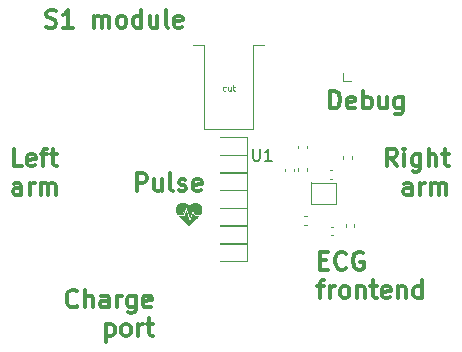
<source format=gbr>
%TF.GenerationSoftware,KiCad,Pcbnew,(6.0.0-0)*%
%TF.CreationDate,2022-01-28T12:00:07+01:00*%
%TF.ProjectId,s1-ecg-demo,73312d65-6367-42d6-9465-6d6f2e6b6963,2*%
%TF.SameCoordinates,Original*%
%TF.FileFunction,Legend,Top*%
%TF.FilePolarity,Positive*%
%FSLAX46Y46*%
G04 Gerber Fmt 4.6, Leading zero omitted, Abs format (unit mm)*
G04 Created by KiCad (PCBNEW (6.0.0-0)) date 2022-01-28 12:00:07*
%MOMM*%
%LPD*%
G01*
G04 APERTURE LIST*
%ADD10C,0.300000*%
%ADD11C,0.150000*%
%ADD12C,0.100000*%
%ADD13C,0.050000*%
%ADD14C,0.120000*%
%ADD15C,0.010000*%
G04 APERTURE END LIST*
D10*
X131335714Y-105128571D02*
X131335714Y-103628571D01*
X131907142Y-103628571D01*
X132050000Y-103700000D01*
X132121428Y-103771428D01*
X132192857Y-103914285D01*
X132192857Y-104128571D01*
X132121428Y-104271428D01*
X132050000Y-104342857D01*
X131907142Y-104414285D01*
X131335714Y-104414285D01*
X133478571Y-104128571D02*
X133478571Y-105128571D01*
X132835714Y-104128571D02*
X132835714Y-104914285D01*
X132907142Y-105057142D01*
X133050000Y-105128571D01*
X133264285Y-105128571D01*
X133407142Y-105057142D01*
X133478571Y-104985714D01*
X134407142Y-105128571D02*
X134264285Y-105057142D01*
X134192857Y-104914285D01*
X134192857Y-103628571D01*
X134907142Y-105057142D02*
X135050000Y-105128571D01*
X135335714Y-105128571D01*
X135478571Y-105057142D01*
X135550000Y-104914285D01*
X135550000Y-104842857D01*
X135478571Y-104700000D01*
X135335714Y-104628571D01*
X135121428Y-104628571D01*
X134978571Y-104557142D01*
X134907142Y-104414285D01*
X134907142Y-104342857D01*
X134978571Y-104200000D01*
X135121428Y-104128571D01*
X135335714Y-104128571D01*
X135478571Y-104200000D01*
X136764285Y-105057142D02*
X136621428Y-105128571D01*
X136335714Y-105128571D01*
X136192857Y-105057142D01*
X136121428Y-104914285D01*
X136121428Y-104342857D01*
X136192857Y-104200000D01*
X136335714Y-104128571D01*
X136621428Y-104128571D01*
X136764285Y-104200000D01*
X136835714Y-104342857D01*
X136835714Y-104485714D01*
X136121428Y-104628571D01*
X123680714Y-91207142D02*
X123895000Y-91278571D01*
X124252142Y-91278571D01*
X124395000Y-91207142D01*
X124466428Y-91135714D01*
X124537857Y-90992857D01*
X124537857Y-90850000D01*
X124466428Y-90707142D01*
X124395000Y-90635714D01*
X124252142Y-90564285D01*
X123966428Y-90492857D01*
X123823571Y-90421428D01*
X123752142Y-90350000D01*
X123680714Y-90207142D01*
X123680714Y-90064285D01*
X123752142Y-89921428D01*
X123823571Y-89850000D01*
X123966428Y-89778571D01*
X124323571Y-89778571D01*
X124537857Y-89850000D01*
X125966428Y-91278571D02*
X125109285Y-91278571D01*
X125537857Y-91278571D02*
X125537857Y-89778571D01*
X125395000Y-89992857D01*
X125252142Y-90135714D01*
X125109285Y-90207142D01*
X127752142Y-91278571D02*
X127752142Y-90278571D01*
X127752142Y-90421428D02*
X127823571Y-90350000D01*
X127966428Y-90278571D01*
X128180714Y-90278571D01*
X128323571Y-90350000D01*
X128395000Y-90492857D01*
X128395000Y-91278571D01*
X128395000Y-90492857D02*
X128466428Y-90350000D01*
X128609285Y-90278571D01*
X128823571Y-90278571D01*
X128966428Y-90350000D01*
X129037857Y-90492857D01*
X129037857Y-91278571D01*
X129966428Y-91278571D02*
X129823571Y-91207142D01*
X129752142Y-91135714D01*
X129680714Y-90992857D01*
X129680714Y-90564285D01*
X129752142Y-90421428D01*
X129823571Y-90350000D01*
X129966428Y-90278571D01*
X130180714Y-90278571D01*
X130323571Y-90350000D01*
X130395000Y-90421428D01*
X130466428Y-90564285D01*
X130466428Y-90992857D01*
X130395000Y-91135714D01*
X130323571Y-91207142D01*
X130180714Y-91278571D01*
X129966428Y-91278571D01*
X131752142Y-91278571D02*
X131752142Y-89778571D01*
X131752142Y-91207142D02*
X131609285Y-91278571D01*
X131323571Y-91278571D01*
X131180714Y-91207142D01*
X131109285Y-91135714D01*
X131037857Y-90992857D01*
X131037857Y-90564285D01*
X131109285Y-90421428D01*
X131180714Y-90350000D01*
X131323571Y-90278571D01*
X131609285Y-90278571D01*
X131752142Y-90350000D01*
X133109285Y-90278571D02*
X133109285Y-91278571D01*
X132466428Y-90278571D02*
X132466428Y-91064285D01*
X132537857Y-91207142D01*
X132680714Y-91278571D01*
X132895000Y-91278571D01*
X133037857Y-91207142D01*
X133109285Y-91135714D01*
X134037857Y-91278571D02*
X133895000Y-91207142D01*
X133823571Y-91064285D01*
X133823571Y-89778571D01*
X135180714Y-91207142D02*
X135037857Y-91278571D01*
X134752142Y-91278571D01*
X134609285Y-91207142D01*
X134537857Y-91064285D01*
X134537857Y-90492857D01*
X134609285Y-90350000D01*
X134752142Y-90278571D01*
X135037857Y-90278571D01*
X135180714Y-90350000D01*
X135252142Y-90492857D01*
X135252142Y-90635714D01*
X134537857Y-90778571D01*
X147728571Y-98128571D02*
X147728571Y-96628571D01*
X148085714Y-96628571D01*
X148300000Y-96700000D01*
X148442857Y-96842857D01*
X148514285Y-96985714D01*
X148585714Y-97271428D01*
X148585714Y-97485714D01*
X148514285Y-97771428D01*
X148442857Y-97914285D01*
X148300000Y-98057142D01*
X148085714Y-98128571D01*
X147728571Y-98128571D01*
X149800000Y-98057142D02*
X149657142Y-98128571D01*
X149371428Y-98128571D01*
X149228571Y-98057142D01*
X149157142Y-97914285D01*
X149157142Y-97342857D01*
X149228571Y-97200000D01*
X149371428Y-97128571D01*
X149657142Y-97128571D01*
X149800000Y-97200000D01*
X149871428Y-97342857D01*
X149871428Y-97485714D01*
X149157142Y-97628571D01*
X150514285Y-98128571D02*
X150514285Y-96628571D01*
X150514285Y-97200000D02*
X150657142Y-97128571D01*
X150942857Y-97128571D01*
X151085714Y-97200000D01*
X151157142Y-97271428D01*
X151228571Y-97414285D01*
X151228571Y-97842857D01*
X151157142Y-97985714D01*
X151085714Y-98057142D01*
X150942857Y-98128571D01*
X150657142Y-98128571D01*
X150514285Y-98057142D01*
X152514285Y-97128571D02*
X152514285Y-98128571D01*
X151871428Y-97128571D02*
X151871428Y-97914285D01*
X151942857Y-98057142D01*
X152085714Y-98128571D01*
X152300000Y-98128571D01*
X152442857Y-98057142D01*
X152514285Y-97985714D01*
X153871428Y-97128571D02*
X153871428Y-98342857D01*
X153800000Y-98485714D01*
X153728571Y-98557142D01*
X153585714Y-98628571D01*
X153371428Y-98628571D01*
X153228571Y-98557142D01*
X153871428Y-98057142D02*
X153728571Y-98128571D01*
X153442857Y-98128571D01*
X153300000Y-98057142D01*
X153228571Y-97985714D01*
X153157142Y-97842857D01*
X153157142Y-97414285D01*
X153228571Y-97271428D01*
X153300000Y-97200000D01*
X153442857Y-97128571D01*
X153728571Y-97128571D01*
X153871428Y-97200000D01*
X146852142Y-110985357D02*
X147352142Y-110985357D01*
X147566428Y-111771071D02*
X146852142Y-111771071D01*
X146852142Y-110271071D01*
X147566428Y-110271071D01*
X149066428Y-111628214D02*
X148995000Y-111699642D01*
X148780714Y-111771071D01*
X148637857Y-111771071D01*
X148423571Y-111699642D01*
X148280714Y-111556785D01*
X148209285Y-111413928D01*
X148137857Y-111128214D01*
X148137857Y-110913928D01*
X148209285Y-110628214D01*
X148280714Y-110485357D01*
X148423571Y-110342500D01*
X148637857Y-110271071D01*
X148780714Y-110271071D01*
X148995000Y-110342500D01*
X149066428Y-110413928D01*
X150495000Y-110342500D02*
X150352142Y-110271071D01*
X150137857Y-110271071D01*
X149923571Y-110342500D01*
X149780714Y-110485357D01*
X149709285Y-110628214D01*
X149637857Y-110913928D01*
X149637857Y-111128214D01*
X149709285Y-111413928D01*
X149780714Y-111556785D01*
X149923571Y-111699642D01*
X150137857Y-111771071D01*
X150280714Y-111771071D01*
X150495000Y-111699642D01*
X150566428Y-111628214D01*
X150566428Y-111128214D01*
X150280714Y-111128214D01*
X146637857Y-113186071D02*
X147209285Y-113186071D01*
X146852142Y-114186071D02*
X146852142Y-112900357D01*
X146923571Y-112757500D01*
X147066428Y-112686071D01*
X147209285Y-112686071D01*
X147709285Y-114186071D02*
X147709285Y-113186071D01*
X147709285Y-113471785D02*
X147780714Y-113328928D01*
X147852142Y-113257500D01*
X147995000Y-113186071D01*
X148137857Y-113186071D01*
X148852142Y-114186071D02*
X148709285Y-114114642D01*
X148637857Y-114043214D01*
X148566428Y-113900357D01*
X148566428Y-113471785D01*
X148637857Y-113328928D01*
X148709285Y-113257500D01*
X148852142Y-113186071D01*
X149066428Y-113186071D01*
X149209285Y-113257500D01*
X149280714Y-113328928D01*
X149352142Y-113471785D01*
X149352142Y-113900357D01*
X149280714Y-114043214D01*
X149209285Y-114114642D01*
X149066428Y-114186071D01*
X148852142Y-114186071D01*
X149995000Y-113186071D02*
X149995000Y-114186071D01*
X149995000Y-113328928D02*
X150066428Y-113257500D01*
X150209285Y-113186071D01*
X150423571Y-113186071D01*
X150566428Y-113257500D01*
X150637857Y-113400357D01*
X150637857Y-114186071D01*
X151137857Y-113186071D02*
X151709285Y-113186071D01*
X151352142Y-112686071D02*
X151352142Y-113971785D01*
X151423571Y-114114642D01*
X151566428Y-114186071D01*
X151709285Y-114186071D01*
X152780714Y-114114642D02*
X152637857Y-114186071D01*
X152352142Y-114186071D01*
X152209285Y-114114642D01*
X152137857Y-113971785D01*
X152137857Y-113400357D01*
X152209285Y-113257500D01*
X152352142Y-113186071D01*
X152637857Y-113186071D01*
X152780714Y-113257500D01*
X152852142Y-113400357D01*
X152852142Y-113543214D01*
X152137857Y-113686071D01*
X153495000Y-113186071D02*
X153495000Y-114186071D01*
X153495000Y-113328928D02*
X153566428Y-113257500D01*
X153709285Y-113186071D01*
X153923571Y-113186071D01*
X154066428Y-113257500D01*
X154137857Y-113400357D01*
X154137857Y-114186071D01*
X155495000Y-114186071D02*
X155495000Y-112686071D01*
X155495000Y-114114642D02*
X155352142Y-114186071D01*
X155066428Y-114186071D01*
X154923571Y-114114642D01*
X154852142Y-114043214D01*
X154780714Y-113900357D01*
X154780714Y-113471785D01*
X154852142Y-113328928D01*
X154923571Y-113257500D01*
X155066428Y-113186071D01*
X155352142Y-113186071D01*
X155495000Y-113257500D01*
X126333571Y-114828214D02*
X126262142Y-114899642D01*
X126047857Y-114971071D01*
X125905000Y-114971071D01*
X125690714Y-114899642D01*
X125547857Y-114756785D01*
X125476428Y-114613928D01*
X125405000Y-114328214D01*
X125405000Y-114113928D01*
X125476428Y-113828214D01*
X125547857Y-113685357D01*
X125690714Y-113542500D01*
X125905000Y-113471071D01*
X126047857Y-113471071D01*
X126262142Y-113542500D01*
X126333571Y-113613928D01*
X126976428Y-114971071D02*
X126976428Y-113471071D01*
X127619285Y-114971071D02*
X127619285Y-114185357D01*
X127547857Y-114042500D01*
X127405000Y-113971071D01*
X127190714Y-113971071D01*
X127047857Y-114042500D01*
X126976428Y-114113928D01*
X128976428Y-114971071D02*
X128976428Y-114185357D01*
X128905000Y-114042500D01*
X128762142Y-113971071D01*
X128476428Y-113971071D01*
X128333571Y-114042500D01*
X128976428Y-114899642D02*
X128833571Y-114971071D01*
X128476428Y-114971071D01*
X128333571Y-114899642D01*
X128262142Y-114756785D01*
X128262142Y-114613928D01*
X128333571Y-114471071D01*
X128476428Y-114399642D01*
X128833571Y-114399642D01*
X128976428Y-114328214D01*
X129690714Y-114971071D02*
X129690714Y-113971071D01*
X129690714Y-114256785D02*
X129762142Y-114113928D01*
X129833571Y-114042500D01*
X129976428Y-113971071D01*
X130119285Y-113971071D01*
X131262142Y-113971071D02*
X131262142Y-115185357D01*
X131190714Y-115328214D01*
X131119285Y-115399642D01*
X130976428Y-115471071D01*
X130762142Y-115471071D01*
X130619285Y-115399642D01*
X131262142Y-114899642D02*
X131119285Y-114971071D01*
X130833571Y-114971071D01*
X130690714Y-114899642D01*
X130619285Y-114828214D01*
X130547857Y-114685357D01*
X130547857Y-114256785D01*
X130619285Y-114113928D01*
X130690714Y-114042500D01*
X130833571Y-113971071D01*
X131119285Y-113971071D01*
X131262142Y-114042500D01*
X132547857Y-114899642D02*
X132405000Y-114971071D01*
X132119285Y-114971071D01*
X131976428Y-114899642D01*
X131905000Y-114756785D01*
X131905000Y-114185357D01*
X131976428Y-114042500D01*
X132119285Y-113971071D01*
X132405000Y-113971071D01*
X132547857Y-114042500D01*
X132619285Y-114185357D01*
X132619285Y-114328214D01*
X131905000Y-114471071D01*
X128762142Y-116386071D02*
X128762142Y-117886071D01*
X128762142Y-116457500D02*
X128905000Y-116386071D01*
X129190714Y-116386071D01*
X129333571Y-116457500D01*
X129405000Y-116528928D01*
X129476428Y-116671785D01*
X129476428Y-117100357D01*
X129405000Y-117243214D01*
X129333571Y-117314642D01*
X129190714Y-117386071D01*
X128905000Y-117386071D01*
X128762142Y-117314642D01*
X130333571Y-117386071D02*
X130190714Y-117314642D01*
X130119285Y-117243214D01*
X130047857Y-117100357D01*
X130047857Y-116671785D01*
X130119285Y-116528928D01*
X130190714Y-116457500D01*
X130333571Y-116386071D01*
X130547857Y-116386071D01*
X130690714Y-116457500D01*
X130762142Y-116528928D01*
X130833571Y-116671785D01*
X130833571Y-117100357D01*
X130762142Y-117243214D01*
X130690714Y-117314642D01*
X130547857Y-117386071D01*
X130333571Y-117386071D01*
X131476428Y-117386071D02*
X131476428Y-116386071D01*
X131476428Y-116671785D02*
X131547857Y-116528928D01*
X131619285Y-116457500D01*
X131762142Y-116386071D01*
X131905000Y-116386071D01*
X132190714Y-116386071D02*
X132762142Y-116386071D01*
X132405000Y-115886071D02*
X132405000Y-117171785D01*
X132476428Y-117314642D01*
X132619285Y-117386071D01*
X132762142Y-117386071D01*
X153358571Y-103021071D02*
X152858571Y-102306785D01*
X152501428Y-103021071D02*
X152501428Y-101521071D01*
X153072857Y-101521071D01*
X153215714Y-101592500D01*
X153287142Y-101663928D01*
X153358571Y-101806785D01*
X153358571Y-102021071D01*
X153287142Y-102163928D01*
X153215714Y-102235357D01*
X153072857Y-102306785D01*
X152501428Y-102306785D01*
X154001428Y-103021071D02*
X154001428Y-102021071D01*
X154001428Y-101521071D02*
X153930000Y-101592500D01*
X154001428Y-101663928D01*
X154072857Y-101592500D01*
X154001428Y-101521071D01*
X154001428Y-101663928D01*
X155358571Y-102021071D02*
X155358571Y-103235357D01*
X155287142Y-103378214D01*
X155215714Y-103449642D01*
X155072857Y-103521071D01*
X154858571Y-103521071D01*
X154715714Y-103449642D01*
X155358571Y-102949642D02*
X155215714Y-103021071D01*
X154930000Y-103021071D01*
X154787142Y-102949642D01*
X154715714Y-102878214D01*
X154644285Y-102735357D01*
X154644285Y-102306785D01*
X154715714Y-102163928D01*
X154787142Y-102092500D01*
X154930000Y-102021071D01*
X155215714Y-102021071D01*
X155358571Y-102092500D01*
X156072857Y-103021071D02*
X156072857Y-101521071D01*
X156715714Y-103021071D02*
X156715714Y-102235357D01*
X156644285Y-102092500D01*
X156501428Y-102021071D01*
X156287142Y-102021071D01*
X156144285Y-102092500D01*
X156072857Y-102163928D01*
X157215714Y-102021071D02*
X157787142Y-102021071D01*
X157430000Y-101521071D02*
X157430000Y-102806785D01*
X157501428Y-102949642D01*
X157644285Y-103021071D01*
X157787142Y-103021071D01*
X154644285Y-105436071D02*
X154644285Y-104650357D01*
X154572857Y-104507500D01*
X154430000Y-104436071D01*
X154144285Y-104436071D01*
X154001428Y-104507500D01*
X154644285Y-105364642D02*
X154501428Y-105436071D01*
X154144285Y-105436071D01*
X154001428Y-105364642D01*
X153930000Y-105221785D01*
X153930000Y-105078928D01*
X154001428Y-104936071D01*
X154144285Y-104864642D01*
X154501428Y-104864642D01*
X154644285Y-104793214D01*
X155358571Y-105436071D02*
X155358571Y-104436071D01*
X155358571Y-104721785D02*
X155430000Y-104578928D01*
X155501428Y-104507500D01*
X155644285Y-104436071D01*
X155787142Y-104436071D01*
X156287142Y-105436071D02*
X156287142Y-104436071D01*
X156287142Y-104578928D02*
X156358571Y-104507500D01*
X156501428Y-104436071D01*
X156715714Y-104436071D01*
X156858571Y-104507500D01*
X156930000Y-104650357D01*
X156930000Y-105436071D01*
X156930000Y-104650357D02*
X157001428Y-104507500D01*
X157144285Y-104436071D01*
X157358571Y-104436071D01*
X157501428Y-104507500D01*
X157572857Y-104650357D01*
X157572857Y-105436071D01*
X121641428Y-103021071D02*
X120927142Y-103021071D01*
X120927142Y-101521071D01*
X122712857Y-102949642D02*
X122570000Y-103021071D01*
X122284285Y-103021071D01*
X122141428Y-102949642D01*
X122070000Y-102806785D01*
X122070000Y-102235357D01*
X122141428Y-102092500D01*
X122284285Y-102021071D01*
X122570000Y-102021071D01*
X122712857Y-102092500D01*
X122784285Y-102235357D01*
X122784285Y-102378214D01*
X122070000Y-102521071D01*
X123212857Y-102021071D02*
X123784285Y-102021071D01*
X123427142Y-103021071D02*
X123427142Y-101735357D01*
X123498571Y-101592500D01*
X123641428Y-101521071D01*
X123784285Y-101521071D01*
X124070000Y-102021071D02*
X124641428Y-102021071D01*
X124284285Y-101521071D02*
X124284285Y-102806785D01*
X124355714Y-102949642D01*
X124498571Y-103021071D01*
X124641428Y-103021071D01*
X121570000Y-105436071D02*
X121570000Y-104650357D01*
X121498571Y-104507500D01*
X121355714Y-104436071D01*
X121070000Y-104436071D01*
X120927142Y-104507500D01*
X121570000Y-105364642D02*
X121427142Y-105436071D01*
X121070000Y-105436071D01*
X120927142Y-105364642D01*
X120855714Y-105221785D01*
X120855714Y-105078928D01*
X120927142Y-104936071D01*
X121070000Y-104864642D01*
X121427142Y-104864642D01*
X121570000Y-104793214D01*
X122284285Y-105436071D02*
X122284285Y-104436071D01*
X122284285Y-104721785D02*
X122355714Y-104578928D01*
X122427142Y-104507500D01*
X122570000Y-104436071D01*
X122712857Y-104436071D01*
X123212857Y-105436071D02*
X123212857Y-104436071D01*
X123212857Y-104578928D02*
X123284285Y-104507500D01*
X123427142Y-104436071D01*
X123641428Y-104436071D01*
X123784285Y-104507500D01*
X123855714Y-104650357D01*
X123855714Y-105436071D01*
X123855714Y-104650357D02*
X123927142Y-104507500D01*
X124070000Y-104436071D01*
X124284285Y-104436071D01*
X124427142Y-104507500D01*
X124498571Y-104650357D01*
X124498571Y-105436071D01*
D11*
%TO.C,U1*%
X141198095Y-101552380D02*
X141198095Y-102361904D01*
X141245714Y-102457142D01*
X141293333Y-102504761D01*
X141388571Y-102552380D01*
X141579047Y-102552380D01*
X141674285Y-102504761D01*
X141721904Y-102457142D01*
X141769523Y-102361904D01*
X141769523Y-101552380D01*
X142769523Y-102552380D02*
X142198095Y-102552380D01*
X142483809Y-102552380D02*
X142483809Y-101552380D01*
X142388571Y-101695238D01*
X142293333Y-101790476D01*
X142198095Y-101838095D01*
D12*
%TO.C,MOD1*%
X138874201Y-96602380D02*
X138826581Y-96626190D01*
X138731343Y-96626190D01*
X138683724Y-96602380D01*
X138659915Y-96578571D01*
X138636105Y-96530952D01*
X138636105Y-96388095D01*
X138659915Y-96340476D01*
X138683724Y-96316666D01*
X138731343Y-96292857D01*
X138826581Y-96292857D01*
X138874201Y-96316666D01*
X139302772Y-96292857D02*
X139302772Y-96626190D01*
X139088486Y-96292857D02*
X139088486Y-96554761D01*
X139112296Y-96602380D01*
X139159915Y-96626190D01*
X139231343Y-96626190D01*
X139278962Y-96602380D01*
X139302772Y-96578571D01*
X139469439Y-96292857D02*
X139659915Y-96292857D01*
X139540867Y-96126190D02*
X139540867Y-96554761D01*
X139564677Y-96602380D01*
X139612296Y-96626190D01*
X139659915Y-96626190D01*
%TO.C,U1*%
X146130000Y-104390000D02*
G75*
G03*
X146130000Y-104390000I-50000J0D01*
G01*
D13*
X148210000Y-104420000D02*
X146110000Y-104420000D01*
X148210000Y-106180000D02*
X146110000Y-106180000D01*
X148210000Y-106180000D02*
X148210000Y-104420000D01*
X146110000Y-106180000D02*
X146110000Y-104420000D01*
D14*
%TO.C,J2*%
X148845000Y-95770000D02*
X148845000Y-95135000D01*
X149480000Y-95770000D02*
X148845000Y-95770000D01*
%TO.C,C6*%
X144660000Y-103427836D02*
X144660000Y-103212164D01*
X143940000Y-103427836D02*
X143940000Y-103212164D01*
%TO.C,LED4*%
X138395799Y-108035000D02*
X140680799Y-108035000D01*
X140680799Y-108035000D02*
X140680799Y-106565000D01*
X140680799Y-106565000D02*
X138395799Y-106565000D01*
D15*
%TO.C,FID3*%
X136276840Y-106121747D02*
X136314249Y-106123434D01*
X136314249Y-106123434D02*
X136352068Y-106126548D01*
X136352068Y-106126548D02*
X136387685Y-106130928D01*
X136387685Y-106130928D02*
X136414115Y-106135494D01*
X136414115Y-106135494D02*
X136480825Y-106153003D01*
X136480825Y-106153003D02*
X136542435Y-106177136D01*
X136542435Y-106177136D02*
X136598735Y-106207608D01*
X136598735Y-106207608D02*
X136649512Y-106244130D01*
X136649512Y-106244130D02*
X136694557Y-106286414D01*
X136694557Y-106286414D02*
X136733656Y-106334173D01*
X136733656Y-106334173D02*
X136766600Y-106387120D01*
X136766600Y-106387120D02*
X136793177Y-106444966D01*
X136793177Y-106444966D02*
X136813176Y-106507425D01*
X136813176Y-106507425D02*
X136826385Y-106574208D01*
X136826385Y-106574208D02*
X136832593Y-106645028D01*
X136832593Y-106645028D02*
X136832356Y-106704902D01*
X136832356Y-106704902D02*
X136827382Y-106761910D01*
X136827382Y-106761910D02*
X136817186Y-106816676D01*
X136817186Y-106816676D02*
X136801306Y-106870619D01*
X136801306Y-106870619D02*
X136779278Y-106925158D01*
X136779278Y-106925158D02*
X136750642Y-106981712D01*
X136750642Y-106981712D02*
X136731377Y-107015075D01*
X136731377Y-107015075D02*
X136710398Y-107050000D01*
X136710398Y-107050000D02*
X136262259Y-107050000D01*
X136262259Y-107050000D02*
X136194085Y-106913475D01*
X136194085Y-106913475D02*
X136178058Y-106881606D01*
X136178058Y-106881606D02*
X136162866Y-106851824D01*
X136162866Y-106851824D02*
X136149000Y-106825060D01*
X136149000Y-106825060D02*
X136136952Y-106802246D01*
X136136952Y-106802246D02*
X136127214Y-106784315D01*
X136127214Y-106784315D02*
X136120277Y-106772199D01*
X136120277Y-106772199D02*
X136116813Y-106767013D01*
X136116813Y-106767013D02*
X136100559Y-106753944D01*
X136100559Y-106753944D02*
X136080679Y-106744683D01*
X136080679Y-106744683D02*
X136060971Y-106740975D01*
X136060971Y-106740975D02*
X136060099Y-106740967D01*
X136060099Y-106740967D02*
X136042806Y-106743826D01*
X136042806Y-106743826D02*
X136024239Y-106751276D01*
X136024239Y-106751276D02*
X136007886Y-106761621D01*
X136007886Y-106761621D02*
X135998801Y-106770759D01*
X135998801Y-106770759D02*
X135996252Y-106776606D01*
X135996252Y-106776606D02*
X135991529Y-106789859D01*
X135991529Y-106789859D02*
X135984857Y-106809804D01*
X135984857Y-106809804D02*
X135976462Y-106835728D01*
X135976462Y-106835728D02*
X135966569Y-106866916D01*
X135966569Y-106866916D02*
X135955405Y-106902656D01*
X135955405Y-106902656D02*
X135943195Y-106942235D01*
X135943195Y-106942235D02*
X135930165Y-106984937D01*
X135930165Y-106984937D02*
X135916541Y-107030050D01*
X135916541Y-107030050D02*
X135912414Y-107043809D01*
X135912414Y-107043809D02*
X135898778Y-107089228D01*
X135898778Y-107089228D02*
X135885803Y-107132250D01*
X135885803Y-107132250D02*
X135873701Y-107172189D01*
X135873701Y-107172189D02*
X135862681Y-107208359D01*
X135862681Y-107208359D02*
X135852954Y-107240072D01*
X135852954Y-107240072D02*
X135844732Y-107266643D01*
X135844732Y-107266643D02*
X135838225Y-107287385D01*
X135838225Y-107287385D02*
X135833644Y-107301612D01*
X135833644Y-107301612D02*
X135831199Y-107308638D01*
X135831199Y-107308638D02*
X135830898Y-107309259D01*
X135830898Y-107309259D02*
X135829357Y-107305718D01*
X135829357Y-107305718D02*
X135825668Y-107294565D01*
X135825668Y-107294565D02*
X135819988Y-107276337D01*
X135819988Y-107276337D02*
X135812476Y-107251570D01*
X135812476Y-107251570D02*
X135803288Y-107220798D01*
X135803288Y-107220798D02*
X135792582Y-107184558D01*
X135792582Y-107184558D02*
X135780517Y-107143384D01*
X135780517Y-107143384D02*
X135767250Y-107097814D01*
X135767250Y-107097814D02*
X135752938Y-107048381D01*
X135752938Y-107048381D02*
X135737740Y-106995623D01*
X135737740Y-106995623D02*
X135721813Y-106940074D01*
X135721813Y-106940074D02*
X135709976Y-106898626D01*
X135709976Y-106898626D02*
X135693541Y-106841064D01*
X135693541Y-106841064D02*
X135677684Y-106785673D01*
X135677684Y-106785673D02*
X135662567Y-106733011D01*
X135662567Y-106733011D02*
X135648352Y-106683639D01*
X135648352Y-106683639D02*
X135635201Y-106638115D01*
X135635201Y-106638115D02*
X135623279Y-106596999D01*
X135623279Y-106596999D02*
X135612745Y-106560852D01*
X135612745Y-106560852D02*
X135603765Y-106530231D01*
X135603765Y-106530231D02*
X135596499Y-106505697D01*
X135596499Y-106505697D02*
X135591110Y-106487809D01*
X135591110Y-106487809D02*
X135587761Y-106477127D01*
X135587761Y-106477127D02*
X135586732Y-106474266D01*
X135586732Y-106474266D02*
X135573126Y-106455200D01*
X135573126Y-106455200D02*
X135555228Y-106441970D01*
X135555228Y-106441970D02*
X135534625Y-106434557D01*
X135534625Y-106434557D02*
X135512903Y-106432943D01*
X135512903Y-106432943D02*
X135491646Y-106437106D01*
X135491646Y-106437106D02*
X135472442Y-106447030D01*
X135472442Y-106447030D02*
X135456875Y-106462694D01*
X135456875Y-106462694D02*
X135449467Y-106475924D01*
X135449467Y-106475924D02*
X135447195Y-106482936D01*
X135447195Y-106482936D02*
X135443085Y-106497443D01*
X135443085Y-106497443D02*
X135437325Y-106518720D01*
X135437325Y-106518720D02*
X135430104Y-106546040D01*
X135430104Y-106546040D02*
X135421610Y-106578679D01*
X135421610Y-106578679D02*
X135412031Y-106615911D01*
X135412031Y-106615911D02*
X135401556Y-106657010D01*
X135401556Y-106657010D02*
X135390372Y-106701251D01*
X135390372Y-106701251D02*
X135378668Y-106747908D01*
X135378668Y-106747908D02*
X135372744Y-106771658D01*
X135372744Y-106771658D02*
X135303449Y-107050000D01*
X135303449Y-107050000D02*
X134789601Y-107050000D01*
X134789601Y-107050000D02*
X134768623Y-107015075D01*
X134768623Y-107015075D02*
X134736036Y-106956725D01*
X134736036Y-106956725D02*
X134710323Y-106901190D01*
X134710323Y-106901190D02*
X134691024Y-106847054D01*
X134691024Y-106847054D02*
X134677679Y-106792902D01*
X134677679Y-106792902D02*
X134669826Y-106737321D01*
X134669826Y-106737321D02*
X134667653Y-106704983D01*
X134667653Y-106704983D02*
X134668009Y-106631467D01*
X134668009Y-106631467D02*
X134675446Y-106561517D01*
X134675446Y-106561517D02*
X134689852Y-106495465D01*
X134689852Y-106495465D02*
X134711118Y-106433641D01*
X134711118Y-106433641D02*
X134739132Y-106376379D01*
X134739132Y-106376379D02*
X134773785Y-106324009D01*
X134773785Y-106324009D02*
X134807778Y-106284215D01*
X134807778Y-106284215D02*
X134853960Y-106241498D01*
X134853960Y-106241498D02*
X134904515Y-106205467D01*
X134904515Y-106205467D02*
X134959733Y-106175997D01*
X134959733Y-106175997D02*
X135019905Y-106152966D01*
X135019905Y-106152966D02*
X135085322Y-106136253D01*
X135085322Y-106136253D02*
X135156276Y-106125733D01*
X135156276Y-106125733D02*
X135189944Y-106122996D01*
X135189944Y-106122996D02*
X135250785Y-106121828D01*
X135250785Y-106121828D02*
X135308404Y-106126365D01*
X135308404Y-106126365D02*
X135363899Y-106136950D01*
X135363899Y-106136950D02*
X135418369Y-106153927D01*
X135418369Y-106153927D02*
X135472912Y-106177638D01*
X135472912Y-106177638D02*
X135528626Y-106208425D01*
X135528626Y-106208425D02*
X135586611Y-106246633D01*
X135586611Y-106246633D02*
X135587016Y-106246920D01*
X135587016Y-106246920D02*
X135641910Y-106287435D01*
X135641910Y-106287435D02*
X135689285Y-106326062D01*
X135689285Y-106326062D02*
X135721425Y-106355210D01*
X135721425Y-106355210D02*
X135750000Y-106382522D01*
X135750000Y-106382522D02*
X135778575Y-106355210D01*
X135778575Y-106355210D02*
X135817547Y-106320285D01*
X135817547Y-106320285D02*
X135862673Y-106283909D01*
X135862673Y-106283909D02*
X135912138Y-106247491D01*
X135912138Y-106247491D02*
X135953848Y-106219120D01*
X135953848Y-106219120D02*
X136015222Y-106183401D01*
X136015222Y-106183401D02*
X136078336Y-106155494D01*
X136078336Y-106155494D02*
X136142618Y-106135609D01*
X136142618Y-106135609D02*
X136207492Y-106123959D01*
X136207492Y-106123959D02*
X136213706Y-106123284D01*
X136213706Y-106123284D02*
X136242455Y-106121643D01*
X136242455Y-106121643D02*
X136276840Y-106121747D01*
X136276840Y-106121747D02*
X136276840Y-106121747D01*
G36*
X136276840Y-106121747D02*
G01*
X136314249Y-106123434D01*
X136352068Y-106126548D01*
X136387685Y-106130928D01*
X136414115Y-106135494D01*
X136480825Y-106153003D01*
X136542435Y-106177136D01*
X136598735Y-106207608D01*
X136649512Y-106244130D01*
X136694557Y-106286414D01*
X136733656Y-106334173D01*
X136766600Y-106387120D01*
X136793177Y-106444966D01*
X136813176Y-106507425D01*
X136826385Y-106574208D01*
X136832593Y-106645028D01*
X136832356Y-106704902D01*
X136827382Y-106761910D01*
X136817186Y-106816676D01*
X136801306Y-106870619D01*
X136779278Y-106925158D01*
X136750642Y-106981712D01*
X136731377Y-107015075D01*
X136710398Y-107050000D01*
X136262259Y-107050000D01*
X136194085Y-106913475D01*
X136178058Y-106881606D01*
X136162866Y-106851824D01*
X136149000Y-106825060D01*
X136136952Y-106802246D01*
X136127214Y-106784315D01*
X136120277Y-106772199D01*
X136116813Y-106767013D01*
X136100559Y-106753944D01*
X136080679Y-106744683D01*
X136060971Y-106740975D01*
X136060099Y-106740967D01*
X136042806Y-106743826D01*
X136024239Y-106751276D01*
X136007886Y-106761621D01*
X135998801Y-106770759D01*
X135996252Y-106776606D01*
X135991529Y-106789859D01*
X135984857Y-106809804D01*
X135976462Y-106835728D01*
X135966569Y-106866916D01*
X135955405Y-106902656D01*
X135943195Y-106942235D01*
X135930165Y-106984937D01*
X135916541Y-107030050D01*
X135912414Y-107043809D01*
X135898778Y-107089228D01*
X135885803Y-107132250D01*
X135873701Y-107172189D01*
X135862681Y-107208359D01*
X135852954Y-107240072D01*
X135844732Y-107266643D01*
X135838225Y-107287385D01*
X135833644Y-107301612D01*
X135831199Y-107308638D01*
X135830898Y-107309259D01*
X135829357Y-107305718D01*
X135825668Y-107294565D01*
X135819988Y-107276337D01*
X135812476Y-107251570D01*
X135803288Y-107220798D01*
X135792582Y-107184558D01*
X135780517Y-107143384D01*
X135767250Y-107097814D01*
X135752938Y-107048381D01*
X135737740Y-106995623D01*
X135721813Y-106940074D01*
X135709976Y-106898626D01*
X135693541Y-106841064D01*
X135677684Y-106785673D01*
X135662567Y-106733011D01*
X135648352Y-106683639D01*
X135635201Y-106638115D01*
X135623279Y-106596999D01*
X135612745Y-106560852D01*
X135603765Y-106530231D01*
X135596499Y-106505697D01*
X135591110Y-106487809D01*
X135587761Y-106477127D01*
X135586732Y-106474266D01*
X135573126Y-106455200D01*
X135555228Y-106441970D01*
X135534625Y-106434557D01*
X135512903Y-106432943D01*
X135491646Y-106437106D01*
X135472442Y-106447030D01*
X135456875Y-106462694D01*
X135449467Y-106475924D01*
X135447195Y-106482936D01*
X135443085Y-106497443D01*
X135437325Y-106518720D01*
X135430104Y-106546040D01*
X135421610Y-106578679D01*
X135412031Y-106615911D01*
X135401556Y-106657010D01*
X135390372Y-106701251D01*
X135378668Y-106747908D01*
X135372744Y-106771658D01*
X135303449Y-107050000D01*
X134789601Y-107050000D01*
X134768623Y-107015075D01*
X134736036Y-106956725D01*
X134710323Y-106901190D01*
X134691024Y-106847054D01*
X134677679Y-106792902D01*
X134669826Y-106737321D01*
X134667653Y-106704983D01*
X134668009Y-106631467D01*
X134675446Y-106561517D01*
X134689852Y-106495465D01*
X134711118Y-106433641D01*
X134739132Y-106376379D01*
X134773785Y-106324009D01*
X134807778Y-106284215D01*
X134853960Y-106241498D01*
X134904515Y-106205467D01*
X134959733Y-106175997D01*
X135019905Y-106152966D01*
X135085322Y-106136253D01*
X135156276Y-106125733D01*
X135189944Y-106122996D01*
X135250785Y-106121828D01*
X135308404Y-106126365D01*
X135363899Y-106136950D01*
X135418369Y-106153927D01*
X135472912Y-106177638D01*
X135528626Y-106208425D01*
X135586611Y-106246633D01*
X135587016Y-106246920D01*
X135641910Y-106287435D01*
X135689285Y-106326062D01*
X135721425Y-106355210D01*
X135750000Y-106382522D01*
X135778575Y-106355210D01*
X135817547Y-106320285D01*
X135862673Y-106283909D01*
X135912138Y-106247491D01*
X135953848Y-106219120D01*
X136015222Y-106183401D01*
X136078336Y-106155494D01*
X136142618Y-106135609D01*
X136207492Y-106123959D01*
X136213706Y-106123284D01*
X136242455Y-106121643D01*
X136276840Y-106121747D01*
G37*
X136276840Y-106121747D02*
X136314249Y-106123434D01*
X136352068Y-106126548D01*
X136387685Y-106130928D01*
X136414115Y-106135494D01*
X136480825Y-106153003D01*
X136542435Y-106177136D01*
X136598735Y-106207608D01*
X136649512Y-106244130D01*
X136694557Y-106286414D01*
X136733656Y-106334173D01*
X136766600Y-106387120D01*
X136793177Y-106444966D01*
X136813176Y-106507425D01*
X136826385Y-106574208D01*
X136832593Y-106645028D01*
X136832356Y-106704902D01*
X136827382Y-106761910D01*
X136817186Y-106816676D01*
X136801306Y-106870619D01*
X136779278Y-106925158D01*
X136750642Y-106981712D01*
X136731377Y-107015075D01*
X136710398Y-107050000D01*
X136262259Y-107050000D01*
X136194085Y-106913475D01*
X136178058Y-106881606D01*
X136162866Y-106851824D01*
X136149000Y-106825060D01*
X136136952Y-106802246D01*
X136127214Y-106784315D01*
X136120277Y-106772199D01*
X136116813Y-106767013D01*
X136100559Y-106753944D01*
X136080679Y-106744683D01*
X136060971Y-106740975D01*
X136060099Y-106740967D01*
X136042806Y-106743826D01*
X136024239Y-106751276D01*
X136007886Y-106761621D01*
X135998801Y-106770759D01*
X135996252Y-106776606D01*
X135991529Y-106789859D01*
X135984857Y-106809804D01*
X135976462Y-106835728D01*
X135966569Y-106866916D01*
X135955405Y-106902656D01*
X135943195Y-106942235D01*
X135930165Y-106984937D01*
X135916541Y-107030050D01*
X135912414Y-107043809D01*
X135898778Y-107089228D01*
X135885803Y-107132250D01*
X135873701Y-107172189D01*
X135862681Y-107208359D01*
X135852954Y-107240072D01*
X135844732Y-107266643D01*
X135838225Y-107287385D01*
X135833644Y-107301612D01*
X135831199Y-107308638D01*
X135830898Y-107309259D01*
X135829357Y-107305718D01*
X135825668Y-107294565D01*
X135819988Y-107276337D01*
X135812476Y-107251570D01*
X135803288Y-107220798D01*
X135792582Y-107184558D01*
X135780517Y-107143384D01*
X135767250Y-107097814D01*
X135752938Y-107048381D01*
X135737740Y-106995623D01*
X135721813Y-106940074D01*
X135709976Y-106898626D01*
X135693541Y-106841064D01*
X135677684Y-106785673D01*
X135662567Y-106733011D01*
X135648352Y-106683639D01*
X135635201Y-106638115D01*
X135623279Y-106596999D01*
X135612745Y-106560852D01*
X135603765Y-106530231D01*
X135596499Y-106505697D01*
X135591110Y-106487809D01*
X135587761Y-106477127D01*
X135586732Y-106474266D01*
X135573126Y-106455200D01*
X135555228Y-106441970D01*
X135534625Y-106434557D01*
X135512903Y-106432943D01*
X135491646Y-106437106D01*
X135472442Y-106447030D01*
X135456875Y-106462694D01*
X135449467Y-106475924D01*
X135447195Y-106482936D01*
X135443085Y-106497443D01*
X135437325Y-106518720D01*
X135430104Y-106546040D01*
X135421610Y-106578679D01*
X135412031Y-106615911D01*
X135401556Y-106657010D01*
X135390372Y-106701251D01*
X135378668Y-106747908D01*
X135372744Y-106771658D01*
X135303449Y-107050000D01*
X134789601Y-107050000D01*
X134768623Y-107015075D01*
X134736036Y-106956725D01*
X134710323Y-106901190D01*
X134691024Y-106847054D01*
X134677679Y-106792902D01*
X134669826Y-106737321D01*
X134667653Y-106704983D01*
X134668009Y-106631467D01*
X134675446Y-106561517D01*
X134689852Y-106495465D01*
X134711118Y-106433641D01*
X134739132Y-106376379D01*
X134773785Y-106324009D01*
X134807778Y-106284215D01*
X134853960Y-106241498D01*
X134904515Y-106205467D01*
X134959733Y-106175997D01*
X135019905Y-106152966D01*
X135085322Y-106136253D01*
X135156276Y-106125733D01*
X135189944Y-106122996D01*
X135250785Y-106121828D01*
X135308404Y-106126365D01*
X135363899Y-106136950D01*
X135418369Y-106153927D01*
X135472912Y-106177638D01*
X135528626Y-106208425D01*
X135586611Y-106246633D01*
X135587016Y-106246920D01*
X135641910Y-106287435D01*
X135689285Y-106326062D01*
X135721425Y-106355210D01*
X135750000Y-106382522D01*
X135778575Y-106355210D01*
X135817547Y-106320285D01*
X135862673Y-106283909D01*
X135912138Y-106247491D01*
X135953848Y-106219120D01*
X136015222Y-106183401D01*
X136078336Y-106155494D01*
X136142618Y-106135609D01*
X136207492Y-106123959D01*
X136213706Y-106123284D01*
X136242455Y-106121643D01*
X136276840Y-106121747D01*
X135522240Y-106818297D02*
X135526164Y-106828886D01*
X135526164Y-106828886D02*
X135532286Y-106847568D01*
X135532286Y-106847568D02*
X135540607Y-106874350D01*
X135540607Y-106874350D02*
X135551131Y-106909244D01*
X135551131Y-106909244D02*
X135563860Y-106952259D01*
X135563860Y-106952259D02*
X135578797Y-107003404D01*
X135578797Y-107003404D02*
X135595946Y-107062690D01*
X135595946Y-107062690D02*
X135615309Y-107130125D01*
X135615309Y-107130125D02*
X135636889Y-107205721D01*
X135636889Y-107205721D02*
X135639522Y-107214971D01*
X135639522Y-107214971D02*
X135658147Y-107280230D01*
X135658147Y-107280230D02*
X135675677Y-107341289D01*
X135675677Y-107341289D02*
X135691992Y-107397746D01*
X135691992Y-107397746D02*
X135706974Y-107449202D01*
X135706974Y-107449202D02*
X135720503Y-107495255D01*
X135720503Y-107495255D02*
X135732461Y-107535505D01*
X135732461Y-107535505D02*
X135742729Y-107569550D01*
X135742729Y-107569550D02*
X135751187Y-107596990D01*
X135751187Y-107596990D02*
X135757717Y-107617424D01*
X135757717Y-107617424D02*
X135762199Y-107630450D01*
X135762199Y-107630450D02*
X135764342Y-107635448D01*
X135764342Y-107635448D02*
X135779233Y-107650791D01*
X135779233Y-107650791D02*
X135799177Y-107661599D01*
X135799177Y-107661599D02*
X135821630Y-107667081D01*
X135821630Y-107667081D02*
X135844051Y-107666443D01*
X135844051Y-107666443D02*
X135854499Y-107663564D01*
X135854499Y-107663564D02*
X135867206Y-107656427D01*
X135867206Y-107656427D02*
X135880702Y-107645461D01*
X135880702Y-107645461D02*
X135891420Y-107633725D01*
X135891420Y-107633725D02*
X135894054Y-107629642D01*
X135894054Y-107629642D02*
X135895844Y-107624572D01*
X135895844Y-107624572D02*
X135899860Y-107612054D01*
X135899860Y-107612054D02*
X135905897Y-107592749D01*
X135905897Y-107592749D02*
X135913753Y-107567319D01*
X135913753Y-107567319D02*
X135923226Y-107536428D01*
X135923226Y-107536428D02*
X135934113Y-107500738D01*
X135934113Y-107500738D02*
X135946212Y-107460910D01*
X135946212Y-107460910D02*
X135959319Y-107417608D01*
X135959319Y-107417608D02*
X135973232Y-107371494D01*
X135973232Y-107371494D02*
X135984721Y-107333309D01*
X135984721Y-107333309D02*
X135999138Y-107285378D01*
X135999138Y-107285378D02*
X136012910Y-107239691D01*
X136012910Y-107239691D02*
X136025833Y-107196915D01*
X136025833Y-107196915D02*
X136037704Y-107157717D01*
X136037704Y-107157717D02*
X136048319Y-107122765D01*
X136048319Y-107122765D02*
X136057477Y-107092727D01*
X136057477Y-107092727D02*
X136064973Y-107068270D01*
X136064973Y-107068270D02*
X136070605Y-107050062D01*
X136070605Y-107050062D02*
X136074170Y-107038771D01*
X136074170Y-107038771D02*
X136075389Y-107035183D01*
X136075389Y-107035183D02*
X136077241Y-107033477D01*
X136077241Y-107033477D02*
X136080272Y-107035468D01*
X136080272Y-107035468D02*
X136084944Y-107041906D01*
X136084944Y-107041906D02*
X136091718Y-107053540D01*
X136091718Y-107053540D02*
X136101057Y-107071120D01*
X136101057Y-107071120D02*
X136113421Y-107095394D01*
X136113421Y-107095394D02*
X136117518Y-107103552D01*
X136117518Y-107103552D02*
X136132115Y-107132217D01*
X136132115Y-107132217D02*
X136143835Y-107154085D01*
X136143835Y-107154085D02*
X136153245Y-107170092D01*
X136153245Y-107170092D02*
X136160910Y-107181176D01*
X136160910Y-107181176D02*
X136167398Y-107188274D01*
X136167398Y-107188274D02*
X136169969Y-107190335D01*
X136169969Y-107190335D02*
X136183917Y-107200283D01*
X136183917Y-107200283D02*
X136381825Y-107201462D01*
X136381825Y-107201462D02*
X136421850Y-107201776D01*
X136421850Y-107201776D02*
X136459166Y-107202216D01*
X136459166Y-107202216D02*
X136492942Y-107202760D01*
X136492942Y-107202760D02*
X136522349Y-107203389D01*
X136522349Y-107203389D02*
X136546560Y-107204083D01*
X136546560Y-107204083D02*
X136564745Y-107204820D01*
X136564745Y-107204820D02*
X136576074Y-107205581D01*
X136576074Y-107205581D02*
X136579733Y-107206304D01*
X136579733Y-107206304D02*
X136576743Y-107209783D01*
X136576743Y-107209783D02*
X136568067Y-107218685D01*
X136568067Y-107218685D02*
X136554144Y-107232585D01*
X136554144Y-107232585D02*
X136535414Y-107251062D01*
X136535414Y-107251062D02*
X136512316Y-107273692D01*
X136512316Y-107273692D02*
X136485291Y-107300054D01*
X136485291Y-107300054D02*
X136454777Y-107329723D01*
X136454777Y-107329723D02*
X136421214Y-107362278D01*
X136421214Y-107362278D02*
X136385043Y-107397296D01*
X136385043Y-107397296D02*
X136346702Y-107434354D01*
X136346702Y-107434354D02*
X136306631Y-107473030D01*
X136306631Y-107473030D02*
X136265270Y-107512901D01*
X136265270Y-107512901D02*
X136223058Y-107553544D01*
X136223058Y-107553544D02*
X136180436Y-107594536D01*
X136180436Y-107594536D02*
X136137842Y-107635456D01*
X136137842Y-107635456D02*
X136095717Y-107675879D01*
X136095717Y-107675879D02*
X136054500Y-107715384D01*
X136054500Y-107715384D02*
X136014630Y-107753548D01*
X136014630Y-107753548D02*
X135976547Y-107789948D01*
X135976547Y-107789948D02*
X135940692Y-107824161D01*
X135940692Y-107824161D02*
X135907502Y-107855766D01*
X135907502Y-107855766D02*
X135877419Y-107884338D01*
X135877419Y-107884338D02*
X135850882Y-107909456D01*
X135850882Y-107909456D02*
X135828330Y-107930697D01*
X135828330Y-107930697D02*
X135810203Y-107947638D01*
X135810203Y-107947638D02*
X135796940Y-107959856D01*
X135796940Y-107959856D02*
X135788982Y-107966929D01*
X135788982Y-107966929D02*
X135786943Y-107968524D01*
X135786943Y-107968524D02*
X135763867Y-107977637D01*
X135763867Y-107977637D02*
X135740553Y-107978506D01*
X135740553Y-107978506D02*
X135726717Y-107974999D01*
X135726717Y-107974999D02*
X135716141Y-107971161D01*
X135716141Y-107971161D02*
X135709675Y-107968924D01*
X135709675Y-107968924D02*
X135708866Y-107968697D01*
X135708866Y-107968697D02*
X135705622Y-107965800D01*
X135705622Y-107965800D02*
X135696740Y-107957432D01*
X135696740Y-107957432D02*
X135682656Y-107944015D01*
X135682656Y-107944015D02*
X135663809Y-107925973D01*
X135663809Y-107925973D02*
X135640638Y-107903729D01*
X135640638Y-107903729D02*
X135613579Y-107877708D01*
X135613579Y-107877708D02*
X135583071Y-107848333D01*
X135583071Y-107848333D02*
X135549551Y-107816026D01*
X135549551Y-107816026D02*
X135513458Y-107781213D01*
X135513458Y-107781213D02*
X135475229Y-107744316D01*
X135475229Y-107744316D02*
X135435303Y-107705759D01*
X135435303Y-107705759D02*
X135394117Y-107665965D01*
X135394117Y-107665965D02*
X135352108Y-107625358D01*
X135352108Y-107625358D02*
X135309716Y-107584362D01*
X135309716Y-107584362D02*
X135267378Y-107543400D01*
X135267378Y-107543400D02*
X135225531Y-107502896D01*
X135225531Y-107502896D02*
X135184615Y-107463273D01*
X135184615Y-107463273D02*
X135145065Y-107424955D01*
X135145065Y-107424955D02*
X135107322Y-107388365D01*
X135107322Y-107388365D02*
X135071821Y-107353927D01*
X135071821Y-107353927D02*
X135039002Y-107322064D01*
X135039002Y-107322064D02*
X135009302Y-107293200D01*
X135009302Y-107293200D02*
X134983159Y-107267759D01*
X134983159Y-107267759D02*
X134961012Y-107246164D01*
X134961012Y-107246164D02*
X134943297Y-107228839D01*
X134943297Y-107228839D02*
X134930453Y-107216207D01*
X134930453Y-107216207D02*
X134922917Y-107208691D01*
X134922917Y-107208691D02*
X134921007Y-107206654D01*
X134921007Y-107206654D02*
X134924857Y-107205726D01*
X134924857Y-107205726D02*
X134936827Y-107204861D01*
X134936827Y-107204861D02*
X134956574Y-107204067D01*
X134956574Y-107204067D02*
X134983749Y-107203351D01*
X134983749Y-107203351D02*
X135018009Y-107202722D01*
X135018009Y-107202722D02*
X135059007Y-107202186D01*
X135059007Y-107202186D02*
X135106399Y-107201753D01*
X135106399Y-107201753D02*
X135156289Y-107201445D01*
X135156289Y-107201445D02*
X135392948Y-107200283D01*
X135392948Y-107200283D02*
X135408760Y-107188221D01*
X135408760Y-107188221D02*
X135419964Y-107177754D01*
X135419964Y-107177754D02*
X135428819Y-107166200D01*
X135428819Y-107166200D02*
X135430629Y-107162821D01*
X135430629Y-107162821D02*
X135432967Y-107155833D01*
X135432967Y-107155833D02*
X135437052Y-107141592D01*
X135437052Y-107141592D02*
X135442629Y-107121070D01*
X135442629Y-107121070D02*
X135449441Y-107095240D01*
X135449441Y-107095240D02*
X135457233Y-107065075D01*
X135457233Y-107065075D02*
X135465749Y-107031548D01*
X135465749Y-107031548D02*
X135474733Y-106995632D01*
X135474733Y-106995632D02*
X135476996Y-106986500D01*
X135476996Y-106986500D02*
X135485949Y-106950426D01*
X135485949Y-106950426D02*
X135494373Y-106916736D01*
X135494373Y-106916736D02*
X135502028Y-106886358D01*
X135502028Y-106886358D02*
X135508679Y-106860225D01*
X135508679Y-106860225D02*
X135514088Y-106839265D01*
X135514088Y-106839265D02*
X135518017Y-106824409D01*
X135518017Y-106824409D02*
X135520231Y-106816588D01*
X135520231Y-106816588D02*
X135520509Y-106815790D01*
X135520509Y-106815790D02*
X135522240Y-106818297D01*
X135522240Y-106818297D02*
X135522240Y-106818297D01*
G36*
X135522240Y-106818297D02*
G01*
X135526164Y-106828886D01*
X135532286Y-106847568D01*
X135540607Y-106874350D01*
X135551131Y-106909244D01*
X135563860Y-106952259D01*
X135578797Y-107003404D01*
X135595946Y-107062690D01*
X135615309Y-107130125D01*
X135636889Y-107205721D01*
X135639522Y-107214971D01*
X135658147Y-107280230D01*
X135675677Y-107341289D01*
X135691992Y-107397746D01*
X135706974Y-107449202D01*
X135720503Y-107495255D01*
X135732461Y-107535505D01*
X135742729Y-107569550D01*
X135751187Y-107596990D01*
X135757717Y-107617424D01*
X135762199Y-107630450D01*
X135764342Y-107635448D01*
X135779233Y-107650791D01*
X135799177Y-107661599D01*
X135821630Y-107667081D01*
X135844051Y-107666443D01*
X135854499Y-107663564D01*
X135867206Y-107656427D01*
X135880702Y-107645461D01*
X135891420Y-107633725D01*
X135894054Y-107629642D01*
X135895844Y-107624572D01*
X135899860Y-107612054D01*
X135905897Y-107592749D01*
X135913753Y-107567319D01*
X135923226Y-107536428D01*
X135934113Y-107500738D01*
X135946212Y-107460910D01*
X135959319Y-107417608D01*
X135973232Y-107371494D01*
X135984721Y-107333309D01*
X135999138Y-107285378D01*
X136012910Y-107239691D01*
X136025833Y-107196915D01*
X136037704Y-107157717D01*
X136048319Y-107122765D01*
X136057477Y-107092727D01*
X136064973Y-107068270D01*
X136070605Y-107050062D01*
X136074170Y-107038771D01*
X136075389Y-107035183D01*
X136077241Y-107033477D01*
X136080272Y-107035468D01*
X136084944Y-107041906D01*
X136091718Y-107053540D01*
X136101057Y-107071120D01*
X136113421Y-107095394D01*
X136117518Y-107103552D01*
X136132115Y-107132217D01*
X136143835Y-107154085D01*
X136153245Y-107170092D01*
X136160910Y-107181176D01*
X136167398Y-107188274D01*
X136169969Y-107190335D01*
X136183917Y-107200283D01*
X136381825Y-107201462D01*
X136421850Y-107201776D01*
X136459166Y-107202216D01*
X136492942Y-107202760D01*
X136522349Y-107203389D01*
X136546560Y-107204083D01*
X136564745Y-107204820D01*
X136576074Y-107205581D01*
X136579733Y-107206304D01*
X136576743Y-107209783D01*
X136568067Y-107218685D01*
X136554144Y-107232585D01*
X136535414Y-107251062D01*
X136512316Y-107273692D01*
X136485291Y-107300054D01*
X136454777Y-107329723D01*
X136421214Y-107362278D01*
X136385043Y-107397296D01*
X136346702Y-107434354D01*
X136306631Y-107473030D01*
X136265270Y-107512901D01*
X136223058Y-107553544D01*
X136180436Y-107594536D01*
X136137842Y-107635456D01*
X136095717Y-107675879D01*
X136054500Y-107715384D01*
X136014630Y-107753548D01*
X135976547Y-107789948D01*
X135940692Y-107824161D01*
X135907502Y-107855766D01*
X135877419Y-107884338D01*
X135850882Y-107909456D01*
X135828330Y-107930697D01*
X135810203Y-107947638D01*
X135796940Y-107959856D01*
X135788982Y-107966929D01*
X135786943Y-107968524D01*
X135763867Y-107977637D01*
X135740553Y-107978506D01*
X135726717Y-107974999D01*
X135716141Y-107971161D01*
X135709675Y-107968924D01*
X135708866Y-107968697D01*
X135705622Y-107965800D01*
X135696740Y-107957432D01*
X135682656Y-107944015D01*
X135663809Y-107925973D01*
X135640638Y-107903729D01*
X135613579Y-107877708D01*
X135583071Y-107848333D01*
X135549551Y-107816026D01*
X135513458Y-107781213D01*
X135475229Y-107744316D01*
X135435303Y-107705759D01*
X135394117Y-107665965D01*
X135352108Y-107625358D01*
X135309716Y-107584362D01*
X135267378Y-107543400D01*
X135225531Y-107502896D01*
X135184615Y-107463273D01*
X135145065Y-107424955D01*
X135107322Y-107388365D01*
X135071821Y-107353927D01*
X135039002Y-107322064D01*
X135009302Y-107293200D01*
X134983159Y-107267759D01*
X134961012Y-107246164D01*
X134943297Y-107228839D01*
X134930453Y-107216207D01*
X134922917Y-107208691D01*
X134921007Y-107206654D01*
X134924857Y-107205726D01*
X134936827Y-107204861D01*
X134956574Y-107204067D01*
X134983749Y-107203351D01*
X135018009Y-107202722D01*
X135059007Y-107202186D01*
X135106399Y-107201753D01*
X135156289Y-107201445D01*
X135392948Y-107200283D01*
X135408760Y-107188221D01*
X135419964Y-107177754D01*
X135428819Y-107166200D01*
X135430629Y-107162821D01*
X135432967Y-107155833D01*
X135437052Y-107141592D01*
X135442629Y-107121070D01*
X135449441Y-107095240D01*
X135457233Y-107065075D01*
X135465749Y-107031548D01*
X135474733Y-106995632D01*
X135476996Y-106986500D01*
X135485949Y-106950426D01*
X135494373Y-106916736D01*
X135502028Y-106886358D01*
X135508679Y-106860225D01*
X135514088Y-106839265D01*
X135518017Y-106824409D01*
X135520231Y-106816588D01*
X135520509Y-106815790D01*
X135522240Y-106818297D01*
G37*
X135522240Y-106818297D02*
X135526164Y-106828886D01*
X135532286Y-106847568D01*
X135540607Y-106874350D01*
X135551131Y-106909244D01*
X135563860Y-106952259D01*
X135578797Y-107003404D01*
X135595946Y-107062690D01*
X135615309Y-107130125D01*
X135636889Y-107205721D01*
X135639522Y-107214971D01*
X135658147Y-107280230D01*
X135675677Y-107341289D01*
X135691992Y-107397746D01*
X135706974Y-107449202D01*
X135720503Y-107495255D01*
X135732461Y-107535505D01*
X135742729Y-107569550D01*
X135751187Y-107596990D01*
X135757717Y-107617424D01*
X135762199Y-107630450D01*
X135764342Y-107635448D01*
X135779233Y-107650791D01*
X135799177Y-107661599D01*
X135821630Y-107667081D01*
X135844051Y-107666443D01*
X135854499Y-107663564D01*
X135867206Y-107656427D01*
X135880702Y-107645461D01*
X135891420Y-107633725D01*
X135894054Y-107629642D01*
X135895844Y-107624572D01*
X135899860Y-107612054D01*
X135905897Y-107592749D01*
X135913753Y-107567319D01*
X135923226Y-107536428D01*
X135934113Y-107500738D01*
X135946212Y-107460910D01*
X135959319Y-107417608D01*
X135973232Y-107371494D01*
X135984721Y-107333309D01*
X135999138Y-107285378D01*
X136012910Y-107239691D01*
X136025833Y-107196915D01*
X136037704Y-107157717D01*
X136048319Y-107122765D01*
X136057477Y-107092727D01*
X136064973Y-107068270D01*
X136070605Y-107050062D01*
X136074170Y-107038771D01*
X136075389Y-107035183D01*
X136077241Y-107033477D01*
X136080272Y-107035468D01*
X136084944Y-107041906D01*
X136091718Y-107053540D01*
X136101057Y-107071120D01*
X136113421Y-107095394D01*
X136117518Y-107103552D01*
X136132115Y-107132217D01*
X136143835Y-107154085D01*
X136153245Y-107170092D01*
X136160910Y-107181176D01*
X136167398Y-107188274D01*
X136169969Y-107190335D01*
X136183917Y-107200283D01*
X136381825Y-107201462D01*
X136421850Y-107201776D01*
X136459166Y-107202216D01*
X136492942Y-107202760D01*
X136522349Y-107203389D01*
X136546560Y-107204083D01*
X136564745Y-107204820D01*
X136576074Y-107205581D01*
X136579733Y-107206304D01*
X136576743Y-107209783D01*
X136568067Y-107218685D01*
X136554144Y-107232585D01*
X136535414Y-107251062D01*
X136512316Y-107273692D01*
X136485291Y-107300054D01*
X136454777Y-107329723D01*
X136421214Y-107362278D01*
X136385043Y-107397296D01*
X136346702Y-107434354D01*
X136306631Y-107473030D01*
X136265270Y-107512901D01*
X136223058Y-107553544D01*
X136180436Y-107594536D01*
X136137842Y-107635456D01*
X136095717Y-107675879D01*
X136054500Y-107715384D01*
X136014630Y-107753548D01*
X135976547Y-107789948D01*
X135940692Y-107824161D01*
X135907502Y-107855766D01*
X135877419Y-107884338D01*
X135850882Y-107909456D01*
X135828330Y-107930697D01*
X135810203Y-107947638D01*
X135796940Y-107959856D01*
X135788982Y-107966929D01*
X135786943Y-107968524D01*
X135763867Y-107977637D01*
X135740553Y-107978506D01*
X135726717Y-107974999D01*
X135716141Y-107971161D01*
X135709675Y-107968924D01*
X135708866Y-107968697D01*
X135705622Y-107965800D01*
X135696740Y-107957432D01*
X135682656Y-107944015D01*
X135663809Y-107925973D01*
X135640638Y-107903729D01*
X135613579Y-107877708D01*
X135583071Y-107848333D01*
X135549551Y-107816026D01*
X135513458Y-107781213D01*
X135475229Y-107744316D01*
X135435303Y-107705759D01*
X135394117Y-107665965D01*
X135352108Y-107625358D01*
X135309716Y-107584362D01*
X135267378Y-107543400D01*
X135225531Y-107502896D01*
X135184615Y-107463273D01*
X135145065Y-107424955D01*
X135107322Y-107388365D01*
X135071821Y-107353927D01*
X135039002Y-107322064D01*
X135009302Y-107293200D01*
X134983159Y-107267759D01*
X134961012Y-107246164D01*
X134943297Y-107228839D01*
X134930453Y-107216207D01*
X134922917Y-107208691D01*
X134921007Y-107206654D01*
X134924857Y-107205726D01*
X134936827Y-107204861D01*
X134956574Y-107204067D01*
X134983749Y-107203351D01*
X135018009Y-107202722D01*
X135059007Y-107202186D01*
X135106399Y-107201753D01*
X135156289Y-107201445D01*
X135392948Y-107200283D01*
X135408760Y-107188221D01*
X135419964Y-107177754D01*
X135428819Y-107166200D01*
X135430629Y-107162821D01*
X135432967Y-107155833D01*
X135437052Y-107141592D01*
X135442629Y-107121070D01*
X135449441Y-107095240D01*
X135457233Y-107065075D01*
X135465749Y-107031548D01*
X135474733Y-106995632D01*
X135476996Y-106986500D01*
X135485949Y-106950426D01*
X135494373Y-106916736D01*
X135502028Y-106886358D01*
X135508679Y-106860225D01*
X135514088Y-106839265D01*
X135518017Y-106824409D01*
X135520231Y-106816588D01*
X135520509Y-106815790D01*
X135522240Y-106818297D01*
D14*
%TO.C,LED7*%
X138395799Y-105035000D02*
X140680799Y-105035000D01*
X140680799Y-105035000D02*
X140680799Y-103565000D01*
X140680799Y-103565000D02*
X138395799Y-103565000D01*
%TO.C,LED6*%
X138395799Y-103535000D02*
X140680799Y-103535000D01*
X140680799Y-103535000D02*
X140680799Y-102065000D01*
X140680799Y-102065000D02*
X138395799Y-102065000D01*
%TO.C,LED5*%
X138395799Y-102035000D02*
X140680799Y-102035000D01*
X140680799Y-102035000D02*
X140680799Y-100565000D01*
X140680799Y-100565000D02*
X138395799Y-100565000D01*
%TO.C,LED3*%
X138395799Y-109535000D02*
X140680799Y-109535000D01*
X140680799Y-109535000D02*
X140680799Y-108065000D01*
X140680799Y-108065000D02*
X138395799Y-108065000D01*
%TO.C,LED2*%
X138395799Y-111035000D02*
X140680799Y-111035000D01*
X140680799Y-111035000D02*
X140680799Y-109565000D01*
X140680799Y-109565000D02*
X138395799Y-109565000D01*
%TO.C,LED1*%
X138395799Y-106535000D02*
X140680799Y-106535000D01*
X140680799Y-106535000D02*
X140680799Y-105065000D01*
X140680799Y-105065000D02*
X138395799Y-105065000D01*
%TO.C,C3*%
X145040000Y-101507836D02*
X145040000Y-101292164D01*
X145760000Y-101507836D02*
X145760000Y-101292164D01*
%TO.C,C5*%
X145040000Y-103407836D02*
X145040000Y-103192164D01*
X145760000Y-103407836D02*
X145760000Y-103192164D01*
%TO.C,C1*%
X147907836Y-104060000D02*
X147692164Y-104060000D01*
X147907836Y-103340000D02*
X147692164Y-103340000D01*
%TO.C,C7*%
X148007836Y-108860000D02*
X147792164Y-108860000D01*
X148007836Y-108140000D02*
X147792164Y-108140000D01*
%TO.C,C4*%
X149040000Y-108127836D02*
X149040000Y-107912164D01*
X149760000Y-108127836D02*
X149760000Y-107912164D01*
%TO.C,C8*%
X145512164Y-107240000D02*
X145727836Y-107240000D01*
X145512164Y-107960000D02*
X145727836Y-107960000D01*
%TO.C,C2*%
X149560000Y-102192164D02*
X149560000Y-102407836D01*
X148840000Y-102192164D02*
X148840000Y-102407836D01*
D13*
%TO.C,MOD1*%
X137074201Y-92775000D02*
X136124201Y-92775000D01*
X141174201Y-92775000D02*
X142124201Y-92775000D01*
X141174201Y-99900000D02*
X141174201Y-92775000D01*
X137074201Y-99900000D02*
X137074201Y-92775000D01*
X137074201Y-99900000D02*
X141174201Y-99900000D01*
%TD*%
M02*

</source>
